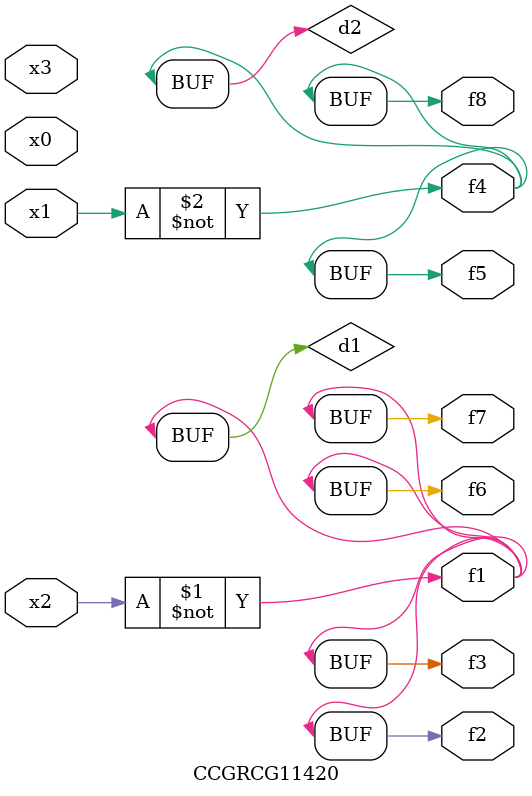
<source format=v>
module CCGRCG11420(
	input x0, x1, x2, x3,
	output f1, f2, f3, f4, f5, f6, f7, f8
);

	wire d1, d2;

	xnor (d1, x2);
	not (d2, x1);
	assign f1 = d1;
	assign f2 = d1;
	assign f3 = d1;
	assign f4 = d2;
	assign f5 = d2;
	assign f6 = d1;
	assign f7 = d1;
	assign f8 = d2;
endmodule

</source>
